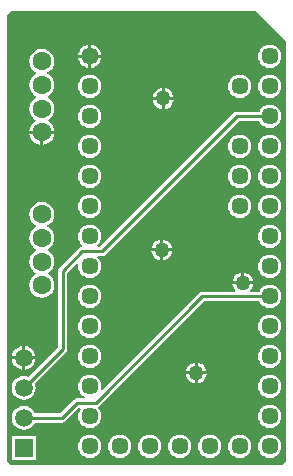
<source format=gbl>
G04 Layer_Physical_Order=2*
G04 Layer_Color=16711680*
%FSAX24Y24*%
%MOIN*%
G70*
G01*
G75*
%ADD11C,0.0100*%
%ADD12R,0.0591X0.0591*%
%ADD13C,0.0591*%
%ADD14C,0.0630*%
%ADD15C,0.0570*%
%ADD16C,0.0500*%
G36*
X022458Y046941D02*
Y032959D01*
X022341Y032842D01*
X013259D01*
X013142Y032959D01*
Y047841D01*
X013259Y047958D01*
X021441D01*
X022458Y046941D01*
D02*
G37*
%LPC*%
G36*
X013750Y036792D02*
Y036450D01*
X014092D01*
X014085Y036503D01*
X014045Y036599D01*
X013982Y036682D01*
X013899Y036745D01*
X013803Y036785D01*
X013750Y036792D01*
D02*
G37*
G36*
X015900Y037838D02*
X015799Y037825D01*
X015706Y037786D01*
X015625Y037725D01*
X015564Y037644D01*
X015525Y037550D01*
X015512Y037450D01*
X015525Y037350D01*
X015564Y037256D01*
X015625Y037175D01*
X015706Y037114D01*
X015799Y037075D01*
X015900Y037062D01*
X016001Y037075D01*
X016094Y037114D01*
X016175Y037175D01*
X016236Y037256D01*
X016275Y037350D01*
X016288Y037450D01*
X016275Y037550D01*
X016236Y037644D01*
X016175Y037725D01*
X016094Y037786D01*
X016001Y037825D01*
X015900Y037838D01*
D02*
G37*
G36*
X021900D02*
X021799Y037825D01*
X021706Y037786D01*
X021625Y037725D01*
X021564Y037644D01*
X021525Y037550D01*
X021512Y037450D01*
X021525Y037350D01*
X021564Y037256D01*
X021625Y037175D01*
X021706Y037114D01*
X021799Y037075D01*
X021900Y037062D01*
X022001Y037075D01*
X022094Y037114D01*
X022175Y037175D01*
X022236Y037256D01*
X022275Y037350D01*
X022288Y037450D01*
X022275Y037550D01*
X022236Y037644D01*
X022175Y037725D01*
X022094Y037786D01*
X022001Y037825D01*
X021900Y037838D01*
D02*
G37*
G36*
X013650Y036792D02*
X013597Y036785D01*
X013501Y036745D01*
X013418Y036682D01*
X013355Y036599D01*
X013315Y036503D01*
X013308Y036450D01*
X013650D01*
Y036792D01*
D02*
G37*
G36*
X014092Y036350D02*
X013750D01*
Y036008D01*
X013803Y036015D01*
X013899Y036055D01*
X013982Y036118D01*
X014045Y036201D01*
X014085Y036297D01*
X014092Y036350D01*
D02*
G37*
G36*
X015900Y036838D02*
X015799Y036825D01*
X015706Y036786D01*
X015625Y036725D01*
X015564Y036644D01*
X015525Y036551D01*
X015512Y036450D01*
X015525Y036349D01*
X015564Y036256D01*
X015625Y036175D01*
X015706Y036114D01*
X015799Y036075D01*
X015900Y036062D01*
X016001Y036075D01*
X016094Y036114D01*
X016175Y036175D01*
X016236Y036256D01*
X016275Y036349D01*
X016288Y036450D01*
X016275Y036551D01*
X016236Y036644D01*
X016175Y036725D01*
X016094Y036786D01*
X016001Y036825D01*
X015900Y036838D01*
D02*
G37*
G36*
X021900D02*
X021799Y036825D01*
X021706Y036786D01*
X021625Y036725D01*
X021564Y036644D01*
X021525Y036551D01*
X021512Y036450D01*
X021525Y036349D01*
X021564Y036256D01*
X021625Y036175D01*
X021706Y036114D01*
X021799Y036075D01*
X021900Y036062D01*
X022001Y036075D01*
X022094Y036114D01*
X022175Y036175D01*
X022236Y036256D01*
X022275Y036349D01*
X022288Y036450D01*
X022275Y036551D01*
X022236Y036644D01*
X022175Y036725D01*
X022094Y036786D01*
X022001Y036825D01*
X021900Y036838D01*
D02*
G37*
G36*
X021050Y039246D02*
Y038950D01*
X021346D01*
X021341Y038991D01*
X021306Y039077D01*
X021250Y039150D01*
X021177Y039206D01*
X021091Y039241D01*
X021050Y039246D01*
D02*
G37*
G36*
X021900Y039838D02*
X021799Y039825D01*
X021706Y039786D01*
X021625Y039725D01*
X021564Y039644D01*
X021525Y039550D01*
X021512Y039450D01*
X021525Y039350D01*
X021564Y039256D01*
X021625Y039175D01*
X021706Y039114D01*
X021799Y039075D01*
X021900Y039062D01*
X022001Y039075D01*
X022094Y039114D01*
X022175Y039175D01*
X022236Y039256D01*
X022275Y039350D01*
X022288Y039450D01*
X022275Y039550D01*
X022236Y039644D01*
X022175Y039725D01*
X022094Y039786D01*
X022001Y039825D01*
X021900Y039838D01*
D02*
G37*
G36*
X018250Y039950D02*
X017954D01*
X017959Y039909D01*
X017994Y039823D01*
X018050Y039750D01*
X018123Y039694D01*
X018209Y039659D01*
X018250Y039654D01*
Y039950D01*
D02*
G37*
G36*
X020950Y039246D02*
X020909Y039241D01*
X020823Y039206D01*
X020750Y039150D01*
X020694Y039077D01*
X020659Y038991D01*
X020654Y038950D01*
X020950D01*
Y039246D01*
D02*
G37*
G36*
X015900Y038838D02*
X015799Y038825D01*
X015706Y038786D01*
X015625Y038725D01*
X015564Y038644D01*
X015525Y038551D01*
X015512Y038450D01*
X015525Y038349D01*
X015564Y038256D01*
X015625Y038175D01*
X015706Y038114D01*
X015799Y038075D01*
X015900Y038062D01*
X016001Y038075D01*
X016094Y038114D01*
X016175Y038175D01*
X016236Y038256D01*
X016275Y038349D01*
X016288Y038450D01*
X016275Y038551D01*
X016236Y038644D01*
X016175Y038725D01*
X016094Y038786D01*
X016001Y038825D01*
X015900Y038838D01*
D02*
G37*
G36*
X021346Y038850D02*
X020654D01*
X020659Y038809D01*
X020694Y038723D01*
X020748Y038653D01*
X020746Y038636D01*
X020734Y038603D01*
X019650D01*
X019591Y038591D01*
X019542Y038558D01*
X016322Y035338D01*
X016277Y035364D01*
X016288Y035450D01*
X016275Y035550D01*
X016236Y035644D01*
X016175Y035725D01*
X016094Y035786D01*
X016001Y035825D01*
X015900Y035838D01*
X015799Y035825D01*
X015706Y035786D01*
X015625Y035725D01*
X015564Y035644D01*
X015525Y035550D01*
X015512Y035450D01*
X015525Y035350D01*
X015564Y035256D01*
X015625Y035175D01*
X015706Y035114D01*
X015732Y035103D01*
X015722Y035053D01*
X015480D01*
X015421Y035041D01*
X015372Y035008D01*
X014917Y034553D01*
X014064D01*
X014045Y034599D01*
X013982Y034682D01*
X013899Y034745D01*
X013803Y034785D01*
X013700Y034799D01*
X013597Y034785D01*
X013501Y034745D01*
X013418Y034682D01*
X013355Y034599D01*
X013315Y034503D01*
X013301Y034400D01*
X013315Y034297D01*
X013355Y034201D01*
X013418Y034118D01*
X013501Y034055D01*
X013597Y034015D01*
X013700Y034001D01*
X013803Y034015D01*
X013899Y034055D01*
X013982Y034118D01*
X014045Y034201D01*
X014064Y034247D01*
X014980D01*
X015039Y034259D01*
X015088Y034292D01*
X015534Y034738D01*
X015575Y034733D01*
X015596Y034686D01*
X015564Y034644D01*
X015525Y034550D01*
X015512Y034450D01*
X015525Y034350D01*
X015564Y034256D01*
X015625Y034175D01*
X015706Y034114D01*
X015799Y034075D01*
X015900Y034062D01*
X016001Y034075D01*
X016094Y034114D01*
X016175Y034175D01*
X016236Y034256D01*
X016275Y034350D01*
X016288Y034450D01*
X016275Y034550D01*
X016236Y034644D01*
X016181Y034716D01*
X016181Y034753D01*
X016187Y034778D01*
X016208Y034792D01*
X019713Y038297D01*
X021547D01*
X021564Y038256D01*
X021625Y038175D01*
X021706Y038114D01*
X021799Y038075D01*
X021900Y038062D01*
X022001Y038075D01*
X022094Y038114D01*
X022175Y038175D01*
X022236Y038256D01*
X022275Y038349D01*
X022288Y038450D01*
X022275Y038551D01*
X022236Y038644D01*
X022175Y038725D01*
X022094Y038786D01*
X022001Y038825D01*
X021900Y038838D01*
X021799Y038825D01*
X021706Y038786D01*
X021625Y038725D01*
X021564Y038644D01*
X021547Y038603D01*
X021266D01*
X021254Y038636D01*
X021252Y038653D01*
X021306Y038723D01*
X021341Y038809D01*
X021346Y038850D01*
D02*
G37*
G36*
X014300Y041602D02*
X014192Y041588D01*
X014091Y041546D01*
X014004Y041480D01*
X013937Y041393D01*
X013896Y041292D01*
X013881Y041184D01*
X013896Y041075D01*
X013937Y040974D01*
X014004Y040888D01*
X014091Y040821D01*
X014109Y040814D01*
Y040764D01*
X014091Y040756D01*
X014004Y040690D01*
X013937Y040603D01*
X013896Y040502D01*
X013881Y040394D01*
X013896Y040285D01*
X013937Y040184D01*
X014004Y040098D01*
X014091Y040031D01*
X014106Y040025D01*
Y039975D01*
X014091Y039969D01*
X014004Y039902D01*
X013937Y039816D01*
X013896Y039715D01*
X013881Y039606D01*
X013896Y039498D01*
X013937Y039397D01*
X014004Y039310D01*
X014091Y039244D01*
X014106Y039238D01*
Y039188D01*
X014091Y039181D01*
X014004Y039115D01*
X013937Y039028D01*
X013896Y038927D01*
X013881Y038819D01*
X013896Y038711D01*
X013937Y038610D01*
X014004Y038523D01*
X014091Y038456D01*
X014192Y038415D01*
X014300Y038400D01*
X014408Y038415D01*
X014509Y038456D01*
X014596Y038523D01*
X014662Y038610D01*
X014704Y038711D01*
X014719Y038819D01*
X014704Y038927D01*
X014662Y039028D01*
X014596Y039115D01*
X014509Y039181D01*
X014494Y039188D01*
Y039238D01*
X014509Y039244D01*
X014596Y039310D01*
X014662Y039397D01*
X014704Y039498D01*
X014719Y039606D01*
X014704Y039715D01*
X014662Y039816D01*
X014596Y039902D01*
X014509Y039969D01*
X014494Y039975D01*
Y040025D01*
X014509Y040031D01*
X014596Y040098D01*
X014662Y040184D01*
X014704Y040285D01*
X014719Y040394D01*
X014704Y040502D01*
X014662Y040603D01*
X014596Y040690D01*
X014509Y040756D01*
X014491Y040764D01*
Y040814D01*
X014509Y040821D01*
X014596Y040888D01*
X014662Y040974D01*
X014704Y041075D01*
X014719Y041184D01*
X014704Y041292D01*
X014662Y041393D01*
X014596Y041480D01*
X014509Y041546D01*
X014408Y041588D01*
X014300Y041602D01*
D02*
G37*
G36*
X013650Y036350D02*
X013308D01*
X013315Y036297D01*
X013355Y036201D01*
X013418Y036118D01*
X013501Y036055D01*
X013597Y036015D01*
X013650Y036008D01*
Y036350D01*
D02*
G37*
G36*
X018900Y033838D02*
X018799Y033825D01*
X018706Y033786D01*
X018625Y033725D01*
X018564Y033644D01*
X018525Y033551D01*
X018512Y033450D01*
X018525Y033349D01*
X018564Y033256D01*
X018625Y033175D01*
X018706Y033114D01*
X018799Y033075D01*
X018900Y033062D01*
X019001Y033075D01*
X019094Y033114D01*
X019175Y033175D01*
X019236Y033256D01*
X019275Y033349D01*
X019288Y033450D01*
X019275Y033551D01*
X019236Y033644D01*
X019175Y033725D01*
X019094Y033786D01*
X019001Y033825D01*
X018900Y033838D01*
D02*
G37*
G36*
X019900D02*
X019799Y033825D01*
X019706Y033786D01*
X019625Y033725D01*
X019564Y033644D01*
X019525Y033551D01*
X019512Y033450D01*
X019525Y033349D01*
X019564Y033256D01*
X019625Y033175D01*
X019706Y033114D01*
X019799Y033075D01*
X019900Y033062D01*
X020001Y033075D01*
X020094Y033114D01*
X020175Y033175D01*
X020236Y033256D01*
X020275Y033349D01*
X020288Y033450D01*
X020275Y033551D01*
X020236Y033644D01*
X020175Y033725D01*
X020094Y033786D01*
X020001Y033825D01*
X019900Y033838D01*
D02*
G37*
G36*
X020900D02*
X020800Y033825D01*
X020706Y033786D01*
X020625Y033725D01*
X020564Y033644D01*
X020525Y033551D01*
X020512Y033450D01*
X020525Y033349D01*
X020564Y033256D01*
X020625Y033175D01*
X020706Y033114D01*
X020800Y033075D01*
X020900Y033062D01*
X021000Y033075D01*
X021094Y033114D01*
X021175Y033175D01*
X021236Y033256D01*
X021275Y033349D01*
X021288Y033450D01*
X021275Y033551D01*
X021236Y033644D01*
X021175Y033725D01*
X021094Y033786D01*
X021000Y033825D01*
X020900Y033838D01*
D02*
G37*
G36*
X017900D02*
X017799Y033825D01*
X017706Y033786D01*
X017625Y033725D01*
X017564Y033644D01*
X017525Y033551D01*
X017512Y033450D01*
X017525Y033349D01*
X017564Y033256D01*
X017625Y033175D01*
X017706Y033114D01*
X017799Y033075D01*
X017900Y033062D01*
X018001Y033075D01*
X018094Y033114D01*
X018175Y033175D01*
X018236Y033256D01*
X018275Y033349D01*
X018288Y033450D01*
X018275Y033551D01*
X018236Y033644D01*
X018175Y033725D01*
X018094Y033786D01*
X018001Y033825D01*
X017900Y033838D01*
D02*
G37*
G36*
X014095Y033795D02*
X013305D01*
Y033005D01*
X014095D01*
Y033795D01*
D02*
G37*
G36*
X015900Y033838D02*
X015799Y033825D01*
X015706Y033786D01*
X015625Y033725D01*
X015564Y033644D01*
X015525Y033551D01*
X015512Y033450D01*
X015525Y033349D01*
X015564Y033256D01*
X015625Y033175D01*
X015706Y033114D01*
X015799Y033075D01*
X015900Y033062D01*
X016001Y033075D01*
X016094Y033114D01*
X016175Y033175D01*
X016236Y033256D01*
X016275Y033349D01*
X016288Y033450D01*
X016275Y033551D01*
X016236Y033644D01*
X016175Y033725D01*
X016094Y033786D01*
X016001Y033825D01*
X015900Y033838D01*
D02*
G37*
G36*
X016900D02*
X016799Y033825D01*
X016706Y033786D01*
X016625Y033725D01*
X016564Y033644D01*
X016525Y033551D01*
X016512Y033450D01*
X016525Y033349D01*
X016564Y033256D01*
X016625Y033175D01*
X016706Y033114D01*
X016799Y033075D01*
X016900Y033062D01*
X017001Y033075D01*
X017094Y033114D01*
X017175Y033175D01*
X017236Y033256D01*
X017275Y033349D01*
X017288Y033450D01*
X017275Y033551D01*
X017236Y033644D01*
X017175Y033725D01*
X017094Y033786D01*
X017001Y033825D01*
X016900Y033838D01*
D02*
G37*
G36*
X019796Y035850D02*
X019500D01*
Y035554D01*
X019541Y035559D01*
X019627Y035594D01*
X019700Y035650D01*
X019756Y035723D01*
X019791Y035809D01*
X019796Y035850D01*
D02*
G37*
G36*
X019400Y036246D02*
X019359Y036241D01*
X019273Y036206D01*
X019200Y036150D01*
X019144Y036077D01*
X019109Y035991D01*
X019104Y035950D01*
X019400D01*
Y036246D01*
D02*
G37*
G36*
X019500D02*
Y035950D01*
X019796D01*
X019791Y035991D01*
X019756Y036077D01*
X019700Y036150D01*
X019627Y036206D01*
X019541Y036241D01*
X019500Y036246D01*
D02*
G37*
G36*
X019400Y035850D02*
X019104D01*
X019109Y035809D01*
X019144Y035723D01*
X019200Y035650D01*
X019273Y035594D01*
X019359Y035559D01*
X019400Y035554D01*
Y035850D01*
D02*
G37*
G36*
X021900Y033838D02*
X021799Y033825D01*
X021706Y033786D01*
X021625Y033725D01*
X021564Y033644D01*
X021525Y033551D01*
X021512Y033450D01*
X021525Y033349D01*
X021564Y033256D01*
X021625Y033175D01*
X021706Y033114D01*
X021799Y033075D01*
X021900Y033062D01*
X022001Y033075D01*
X022094Y033114D01*
X022175Y033175D01*
X022236Y033256D01*
X022275Y033349D01*
X022288Y033450D01*
X022275Y033551D01*
X022236Y033644D01*
X022175Y033725D01*
X022094Y033786D01*
X022001Y033825D01*
X021900Y033838D01*
D02*
G37*
G36*
Y034838D02*
X021799Y034825D01*
X021706Y034786D01*
X021625Y034725D01*
X021564Y034644D01*
X021525Y034550D01*
X021512Y034450D01*
X021525Y034350D01*
X021564Y034256D01*
X021625Y034175D01*
X021706Y034114D01*
X021799Y034075D01*
X021900Y034062D01*
X022001Y034075D01*
X022094Y034114D01*
X022175Y034175D01*
X022236Y034256D01*
X022275Y034350D01*
X022288Y034450D01*
X022275Y034550D01*
X022236Y034644D01*
X022175Y034725D01*
X022094Y034786D01*
X022001Y034825D01*
X021900Y034838D01*
D02*
G37*
G36*
Y035838D02*
X021799Y035825D01*
X021706Y035786D01*
X021625Y035725D01*
X021564Y035644D01*
X021525Y035550D01*
X021512Y035450D01*
X021525Y035350D01*
X021564Y035256D01*
X021625Y035175D01*
X021706Y035114D01*
X021799Y035075D01*
X021900Y035062D01*
X022001Y035075D01*
X022094Y035114D01*
X022175Y035175D01*
X022236Y035256D01*
X022275Y035350D01*
X022288Y035450D01*
X022275Y035550D01*
X022236Y035644D01*
X022175Y035725D01*
X022094Y035786D01*
X022001Y035825D01*
X021900Y035838D01*
D02*
G37*
G36*
X018696Y045000D02*
X018400D01*
Y044704D01*
X018441Y044709D01*
X018527Y044744D01*
X018600Y044800D01*
X018656Y044873D01*
X018691Y044959D01*
X018696Y045000D01*
D02*
G37*
G36*
X015900Y045838D02*
X015799Y045825D01*
X015706Y045786D01*
X015625Y045725D01*
X015564Y045644D01*
X015525Y045551D01*
X015512Y045450D01*
X015525Y045349D01*
X015564Y045256D01*
X015625Y045175D01*
X015706Y045114D01*
X015799Y045075D01*
X015900Y045062D01*
X016001Y045075D01*
X016094Y045114D01*
X016175Y045175D01*
X016236Y045256D01*
X016275Y045349D01*
X016288Y045450D01*
X016275Y045551D01*
X016236Y045644D01*
X016175Y045725D01*
X016094Y045786D01*
X016001Y045825D01*
X015900Y045838D01*
D02*
G37*
G36*
X020900D02*
X020800Y045825D01*
X020706Y045786D01*
X020625Y045725D01*
X020564Y045644D01*
X020525Y045551D01*
X020512Y045450D01*
X020525Y045349D01*
X020564Y045256D01*
X020625Y045175D01*
X020706Y045114D01*
X020800Y045075D01*
X020900Y045062D01*
X021000Y045075D01*
X021094Y045114D01*
X021175Y045175D01*
X021236Y045256D01*
X021275Y045349D01*
X021288Y045450D01*
X021275Y045551D01*
X021236Y045644D01*
X021175Y045725D01*
X021094Y045786D01*
X021000Y045825D01*
X020900Y045838D01*
D02*
G37*
G36*
X018300Y045000D02*
X018004D01*
X018009Y044959D01*
X018044Y044873D01*
X018100Y044800D01*
X018173Y044744D01*
X018259Y044709D01*
X018300Y044704D01*
Y045000D01*
D02*
G37*
G36*
X014300Y046702D02*
X014192Y046688D01*
X014091Y046646D01*
X014004Y046580D01*
X013937Y046493D01*
X013896Y046392D01*
X013881Y046284D01*
X013896Y046175D01*
X013937Y046074D01*
X014004Y045988D01*
X014091Y045921D01*
X014109Y045914D01*
Y045864D01*
X014091Y045856D01*
X014004Y045790D01*
X013937Y045703D01*
X013896Y045602D01*
X013881Y045494D01*
X013896Y045385D01*
X013937Y045284D01*
X014004Y045198D01*
X014091Y045131D01*
X014106Y045125D01*
Y045075D01*
X014091Y045069D01*
X014004Y045002D01*
X013937Y044916D01*
X013896Y044815D01*
X013881Y044706D01*
X013896Y044598D01*
X013937Y044497D01*
X014004Y044410D01*
X014091Y044344D01*
X014106Y044338D01*
Y044288D01*
X014091Y044281D01*
X014004Y044215D01*
X013937Y044128D01*
X013896Y044027D01*
X013888Y043969D01*
X014300D01*
Y043919D01*
D01*
Y043969D01*
X014712D01*
X014704Y044027D01*
X014662Y044128D01*
X014596Y044215D01*
X014509Y044281D01*
X014494Y044288D01*
Y044338D01*
X014509Y044344D01*
X014596Y044410D01*
X014662Y044497D01*
X014704Y044598D01*
X014719Y044706D01*
X014704Y044815D01*
X014662Y044916D01*
X014596Y045002D01*
X014509Y045069D01*
X014494Y045075D01*
Y045125D01*
X014509Y045131D01*
X014596Y045198D01*
X014662Y045284D01*
X014704Y045385D01*
X014719Y045494D01*
X014704Y045602D01*
X014662Y045703D01*
X014596Y045790D01*
X014509Y045856D01*
X014491Y045864D01*
Y045914D01*
X014509Y045921D01*
X014596Y045988D01*
X014662Y046074D01*
X014704Y046175D01*
X014719Y046284D01*
X014704Y046392D01*
X014662Y046493D01*
X014596Y046580D01*
X014509Y046646D01*
X014408Y046688D01*
X014300Y046702D01*
D02*
G37*
G36*
X015900Y044838D02*
X015799Y044825D01*
X015706Y044786D01*
X015625Y044725D01*
X015564Y044644D01*
X015525Y044551D01*
X015512Y044450D01*
X015525Y044349D01*
X015564Y044256D01*
X015625Y044175D01*
X015706Y044114D01*
X015799Y044075D01*
X015900Y044062D01*
X016001Y044075D01*
X016094Y044114D01*
X016175Y044175D01*
X016236Y044256D01*
X016275Y044349D01*
X016288Y044450D01*
X016275Y044551D01*
X016236Y044644D01*
X016175Y044725D01*
X016094Y044786D01*
X016001Y044825D01*
X015900Y044838D01*
D02*
G37*
G36*
X021900D02*
X021799Y044825D01*
X021706Y044786D01*
X021625Y044725D01*
X021564Y044644D01*
X021547Y044603D01*
X020800D01*
X020741Y044591D01*
X020692Y044558D01*
X016237Y040103D01*
X016162D01*
X016145Y040153D01*
X016175Y040175D01*
X016236Y040256D01*
X016275Y040349D01*
X016288Y040450D01*
X016275Y040550D01*
X016236Y040644D01*
X016175Y040725D01*
X016094Y040786D01*
X016001Y040825D01*
X015900Y040838D01*
X015799Y040825D01*
X015706Y040786D01*
X015625Y040725D01*
X015564Y040644D01*
X015525Y040550D01*
X015512Y040450D01*
X015525Y040349D01*
X015564Y040256D01*
X015625Y040175D01*
X015655Y040153D01*
X015652Y040128D01*
X015640Y040101D01*
X015591Y040091D01*
X015542Y040058D01*
X014889Y039405D01*
X014856Y039356D01*
X014844Y039297D01*
Y036760D01*
X013850Y035766D01*
X013803Y035785D01*
X013700Y035799D01*
X013597Y035785D01*
X013501Y035745D01*
X013418Y035682D01*
X013355Y035599D01*
X013315Y035503D01*
X013301Y035400D01*
X013315Y035297D01*
X013355Y035201D01*
X013418Y035118D01*
X013501Y035055D01*
X013597Y035015D01*
X013700Y035001D01*
X013803Y035015D01*
X013899Y035055D01*
X013982Y035118D01*
X014045Y035201D01*
X014085Y035297D01*
X014099Y035400D01*
X014085Y035503D01*
X014066Y035550D01*
X015105Y036589D01*
X015138Y036639D01*
X015150Y036697D01*
Y039234D01*
X015478Y039562D01*
X015523Y039536D01*
X015512Y039450D01*
X015525Y039350D01*
X015564Y039256D01*
X015625Y039175D01*
X015706Y039114D01*
X015799Y039075D01*
X015900Y039062D01*
X016001Y039075D01*
X016094Y039114D01*
X016175Y039175D01*
X016236Y039256D01*
X016275Y039350D01*
X016288Y039450D01*
X016275Y039550D01*
X016236Y039644D01*
X016175Y039725D01*
X016145Y039747D01*
X016162Y039797D01*
X016300D01*
X016359Y039809D01*
X016408Y039842D01*
X020863Y044297D01*
X021547D01*
X021564Y044256D01*
X021625Y044175D01*
X021706Y044114D01*
X021799Y044075D01*
X021900Y044062D01*
X022001Y044075D01*
X022094Y044114D01*
X022175Y044175D01*
X022236Y044256D01*
X022275Y044349D01*
X022288Y044450D01*
X022275Y044551D01*
X022236Y044644D01*
X022175Y044725D01*
X022094Y044786D01*
X022001Y044825D01*
X021900Y044838D01*
D02*
G37*
G36*
Y045838D02*
X021799Y045825D01*
X021706Y045786D01*
X021625Y045725D01*
X021564Y045644D01*
X021525Y045551D01*
X021512Y045450D01*
X021525Y045349D01*
X021564Y045256D01*
X021625Y045175D01*
X021706Y045114D01*
X021799Y045075D01*
X021900Y045062D01*
X022001Y045075D01*
X022094Y045114D01*
X022175Y045175D01*
X022236Y045256D01*
X022275Y045349D01*
X022288Y045450D01*
X022275Y045551D01*
X022236Y045644D01*
X022175Y045725D01*
X022094Y045786D01*
X022001Y045825D01*
X021900Y045838D01*
D02*
G37*
G36*
X016282Y046400D02*
X015950D01*
Y046068D01*
X016001Y046075D01*
X016094Y046114D01*
X016175Y046175D01*
X016236Y046256D01*
X016275Y046349D01*
X016282Y046400D01*
D02*
G37*
G36*
X015850Y046832D02*
X015799Y046825D01*
X015706Y046786D01*
X015625Y046725D01*
X015564Y046644D01*
X015525Y046551D01*
X015518Y046500D01*
X015850D01*
Y046832D01*
D02*
G37*
G36*
X015950D02*
Y046500D01*
X016282D01*
X016275Y046551D01*
X016236Y046644D01*
X016175Y046725D01*
X016094Y046786D01*
X016001Y046825D01*
X015950Y046832D01*
D02*
G37*
G36*
X015850Y046400D02*
X015518D01*
X015525Y046349D01*
X015564Y046256D01*
X015625Y046175D01*
X015706Y046114D01*
X015799Y046075D01*
X015850Y046068D01*
Y046400D01*
D02*
G37*
G36*
X018300Y045396D02*
X018259Y045391D01*
X018173Y045356D01*
X018100Y045300D01*
X018044Y045227D01*
X018009Y045141D01*
X018004Y045100D01*
X018300D01*
Y045396D01*
D02*
G37*
G36*
X018400D02*
Y045100D01*
X018696D01*
X018691Y045141D01*
X018656Y045227D01*
X018600Y045300D01*
X018527Y045356D01*
X018441Y045391D01*
X018400Y045396D01*
D02*
G37*
G36*
X021900Y046838D02*
X021799Y046825D01*
X021706Y046786D01*
X021625Y046725D01*
X021564Y046644D01*
X021525Y046551D01*
X021512Y046450D01*
X021525Y046349D01*
X021564Y046256D01*
X021625Y046175D01*
X021706Y046114D01*
X021799Y046075D01*
X021900Y046062D01*
X022001Y046075D01*
X022094Y046114D01*
X022175Y046175D01*
X022236Y046256D01*
X022275Y046349D01*
X022288Y046450D01*
X022275Y046551D01*
X022236Y046644D01*
X022175Y046725D01*
X022094Y046786D01*
X022001Y046825D01*
X021900Y046838D01*
D02*
G37*
G36*
X015900Y041838D02*
X015799Y041825D01*
X015706Y041786D01*
X015625Y041725D01*
X015564Y041644D01*
X015525Y041551D01*
X015512Y041450D01*
X015525Y041349D01*
X015564Y041256D01*
X015625Y041175D01*
X015706Y041114D01*
X015799Y041075D01*
X015900Y041062D01*
X016001Y041075D01*
X016094Y041114D01*
X016175Y041175D01*
X016236Y041256D01*
X016275Y041349D01*
X016288Y041450D01*
X016275Y041551D01*
X016236Y041644D01*
X016175Y041725D01*
X016094Y041786D01*
X016001Y041825D01*
X015900Y041838D01*
D02*
G37*
G36*
X020900D02*
X020800Y041825D01*
X020706Y041786D01*
X020625Y041725D01*
X020564Y041644D01*
X020525Y041551D01*
X020512Y041450D01*
X020525Y041349D01*
X020564Y041256D01*
X020625Y041175D01*
X020706Y041114D01*
X020800Y041075D01*
X020900Y041062D01*
X021000Y041075D01*
X021094Y041114D01*
X021175Y041175D01*
X021236Y041256D01*
X021275Y041349D01*
X021288Y041450D01*
X021275Y041551D01*
X021236Y041644D01*
X021175Y041725D01*
X021094Y041786D01*
X021000Y041825D01*
X020900Y041838D01*
D02*
G37*
G36*
X021900D02*
X021799Y041825D01*
X021706Y041786D01*
X021625Y041725D01*
X021564Y041644D01*
X021525Y041551D01*
X021512Y041450D01*
X021525Y041349D01*
X021564Y041256D01*
X021625Y041175D01*
X021706Y041114D01*
X021799Y041075D01*
X021900Y041062D01*
X022001Y041075D01*
X022094Y041114D01*
X022175Y041175D01*
X022236Y041256D01*
X022275Y041349D01*
X022288Y041450D01*
X022275Y041551D01*
X022236Y041644D01*
X022175Y041725D01*
X022094Y041786D01*
X022001Y041825D01*
X021900Y041838D01*
D02*
G37*
G36*
Y040838D02*
X021799Y040825D01*
X021706Y040786D01*
X021625Y040725D01*
X021564Y040644D01*
X021525Y040550D01*
X021512Y040450D01*
X021525Y040349D01*
X021564Y040256D01*
X021625Y040175D01*
X021706Y040114D01*
X021799Y040075D01*
X021900Y040062D01*
X022001Y040075D01*
X022094Y040114D01*
X022175Y040175D01*
X022236Y040256D01*
X022275Y040349D01*
X022288Y040450D01*
X022275Y040550D01*
X022236Y040644D01*
X022175Y040725D01*
X022094Y040786D01*
X022001Y040825D01*
X021900Y040838D01*
D02*
G37*
G36*
X018646Y039950D02*
X018350D01*
Y039654D01*
X018391Y039659D01*
X018477Y039694D01*
X018550Y039750D01*
X018606Y039823D01*
X018641Y039909D01*
X018646Y039950D01*
D02*
G37*
G36*
X018250Y040346D02*
X018209Y040341D01*
X018123Y040306D01*
X018050Y040250D01*
X017994Y040177D01*
X017959Y040091D01*
X017954Y040050D01*
X018250D01*
Y040346D01*
D02*
G37*
G36*
X018350D02*
Y040050D01*
X018646D01*
X018641Y040091D01*
X018606Y040177D01*
X018550Y040250D01*
X018477Y040306D01*
X018391Y040341D01*
X018350Y040346D01*
D02*
G37*
G36*
X015900Y042838D02*
X015799Y042825D01*
X015706Y042786D01*
X015625Y042725D01*
X015564Y042644D01*
X015525Y042551D01*
X015512Y042450D01*
X015525Y042349D01*
X015564Y042256D01*
X015625Y042175D01*
X015706Y042114D01*
X015799Y042075D01*
X015900Y042062D01*
X016001Y042075D01*
X016094Y042114D01*
X016175Y042175D01*
X016236Y042256D01*
X016275Y042349D01*
X016288Y042450D01*
X016275Y042551D01*
X016236Y042644D01*
X016175Y042725D01*
X016094Y042786D01*
X016001Y042825D01*
X015900Y042838D01*
D02*
G37*
G36*
X021900Y043838D02*
X021799Y043825D01*
X021706Y043786D01*
X021625Y043725D01*
X021564Y043644D01*
X021525Y043551D01*
X021512Y043450D01*
X021525Y043349D01*
X021564Y043256D01*
X021625Y043175D01*
X021706Y043114D01*
X021799Y043075D01*
X021900Y043062D01*
X022001Y043075D01*
X022094Y043114D01*
X022175Y043175D01*
X022236Y043256D01*
X022275Y043349D01*
X022288Y043450D01*
X022275Y043551D01*
X022236Y043644D01*
X022175Y043725D01*
X022094Y043786D01*
X022001Y043825D01*
X021900Y043838D01*
D02*
G37*
G36*
X014712Y043869D02*
X014350D01*
Y043507D01*
X014408Y043515D01*
X014509Y043556D01*
X014596Y043623D01*
X014662Y043710D01*
X014704Y043811D01*
X014712Y043869D01*
D02*
G37*
G36*
X014250D02*
X013888D01*
X013896Y043811D01*
X013937Y043710D01*
X014004Y043623D01*
X014091Y043556D01*
X014192Y043515D01*
X014250Y043507D01*
Y043869D01*
D02*
G37*
G36*
X020900Y043838D02*
X020800Y043825D01*
X020706Y043786D01*
X020625Y043725D01*
X020564Y043644D01*
X020525Y043551D01*
X020512Y043450D01*
X020525Y043349D01*
X020564Y043256D01*
X020625Y043175D01*
X020706Y043114D01*
X020800Y043075D01*
X020900Y043062D01*
X021000Y043075D01*
X021094Y043114D01*
X021175Y043175D01*
X021236Y043256D01*
X021275Y043349D01*
X021288Y043450D01*
X021275Y043551D01*
X021236Y043644D01*
X021175Y043725D01*
X021094Y043786D01*
X021000Y043825D01*
X020900Y043838D01*
D02*
G37*
G36*
Y042838D02*
X020800Y042825D01*
X020706Y042786D01*
X020625Y042725D01*
X020564Y042644D01*
X020525Y042551D01*
X020512Y042450D01*
X020525Y042349D01*
X020564Y042256D01*
X020625Y042175D01*
X020706Y042114D01*
X020800Y042075D01*
X020900Y042062D01*
X021000Y042075D01*
X021094Y042114D01*
X021175Y042175D01*
X021236Y042256D01*
X021275Y042349D01*
X021288Y042450D01*
X021275Y042551D01*
X021236Y042644D01*
X021175Y042725D01*
X021094Y042786D01*
X021000Y042825D01*
X020900Y042838D01*
D02*
G37*
G36*
X021900D02*
X021799Y042825D01*
X021706Y042786D01*
X021625Y042725D01*
X021564Y042644D01*
X021525Y042551D01*
X021512Y042450D01*
X021525Y042349D01*
X021564Y042256D01*
X021625Y042175D01*
X021706Y042114D01*
X021799Y042075D01*
X021900Y042062D01*
X022001Y042075D01*
X022094Y042114D01*
X022175Y042175D01*
X022236Y042256D01*
X022275Y042349D01*
X022288Y042450D01*
X022275Y042551D01*
X022236Y042644D01*
X022175Y042725D01*
X022094Y042786D01*
X022001Y042825D01*
X021900Y042838D01*
D02*
G37*
G36*
X015900Y043838D02*
X015799Y043825D01*
X015706Y043786D01*
X015625Y043725D01*
X015564Y043644D01*
X015525Y043551D01*
X015512Y043450D01*
X015525Y043349D01*
X015564Y043256D01*
X015625Y043175D01*
X015706Y043114D01*
X015799Y043075D01*
X015900Y043062D01*
X016001Y043075D01*
X016094Y043114D01*
X016175Y043175D01*
X016236Y043256D01*
X016275Y043349D01*
X016288Y043450D01*
X016275Y043551D01*
X016236Y043644D01*
X016175Y043725D01*
X016094Y043786D01*
X016001Y043825D01*
X015900Y043838D01*
D02*
G37*
%LPD*%
D11*
X016100Y034900D02*
X019650Y038450D01*
X015480Y034900D02*
X016100D01*
X014980Y034400D02*
X015480Y034900D01*
X014997Y036697D02*
Y039297D01*
X013700Y035400D02*
X014997Y036697D01*
X013700Y035200D02*
Y035400D01*
X013900Y034400D02*
X014980D01*
X013700Y034200D02*
X013900Y034400D01*
X014997Y039297D02*
X015650Y039950D01*
X019650Y038450D02*
X021900D01*
X020800Y044450D02*
X021900D01*
X015650Y039950D02*
X016300D01*
X020800Y044450D01*
D12*
X013700Y033400D02*
D03*
D13*
Y034400D02*
D03*
Y035400D02*
D03*
Y036400D02*
D03*
D14*
X014300Y038819D02*
D03*
Y039606D02*
D03*
Y040394D02*
D03*
Y041184D02*
D03*
Y043919D02*
D03*
Y044706D02*
D03*
Y045494D02*
D03*
Y046284D02*
D03*
D15*
X015900Y046450D02*
D03*
Y045450D02*
D03*
Y044450D02*
D03*
Y043450D02*
D03*
Y042450D02*
D03*
Y041450D02*
D03*
Y040450D02*
D03*
Y039450D02*
D03*
Y038450D02*
D03*
Y037450D02*
D03*
Y036450D02*
D03*
Y035450D02*
D03*
Y034450D02*
D03*
Y033450D02*
D03*
X016900D02*
D03*
X017900D02*
D03*
X018900D02*
D03*
X019900D02*
D03*
X020900D02*
D03*
X021900D02*
D03*
Y034450D02*
D03*
Y035450D02*
D03*
Y036450D02*
D03*
Y037450D02*
D03*
Y038450D02*
D03*
Y039450D02*
D03*
Y040450D02*
D03*
Y041450D02*
D03*
Y042450D02*
D03*
Y043450D02*
D03*
Y044450D02*
D03*
Y045450D02*
D03*
Y046450D02*
D03*
X020900Y045450D02*
D03*
Y043450D02*
D03*
Y042450D02*
D03*
Y041450D02*
D03*
D16*
X021000Y038900D02*
D03*
X018350Y045050D02*
D03*
X019450Y035900D02*
D03*
X018300Y040000D02*
D03*
M02*

</source>
